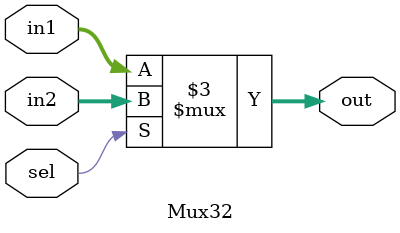
<source format=v>
`timescale 1ns / 1ps

module Mux32(
    input [31:0] in1, in2,
    input sel,
    output reg [31:0] out
    );
    always@(*)begin
        out = (~sel)? in1: in2; 
    end
endmodule
</source>
